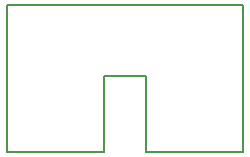
<source format=gbr>
G04 #@! TF.FileFunction,Profile,NP*
%FSLAX46Y46*%
G04 Gerber Fmt 4.6, Leading zero omitted, Abs format (unit mm)*
G04 Created by KiCad (PCBNEW 4.0.1-stable) date 6/17/2016 12:44:14 AM*
%MOMM*%
G01*
G04 APERTURE LIST*
%ADD10C,0.100000*%
%ADD11C,0.150000*%
G04 APERTURE END LIST*
D10*
D11*
X161750000Y-106500000D02*
X161750000Y-113000000D01*
X158250000Y-106500000D02*
X161750000Y-106500000D01*
X158250000Y-113000000D02*
X158250000Y-106500000D01*
X170000000Y-113000000D02*
X161750000Y-113000000D01*
X170000000Y-100500000D02*
X150000000Y-100500000D01*
X170000000Y-113000000D02*
X170000000Y-100500000D01*
X150000000Y-113000000D02*
X158250000Y-113000000D01*
X150000000Y-100500000D02*
X150000000Y-113000000D01*
M02*

</source>
